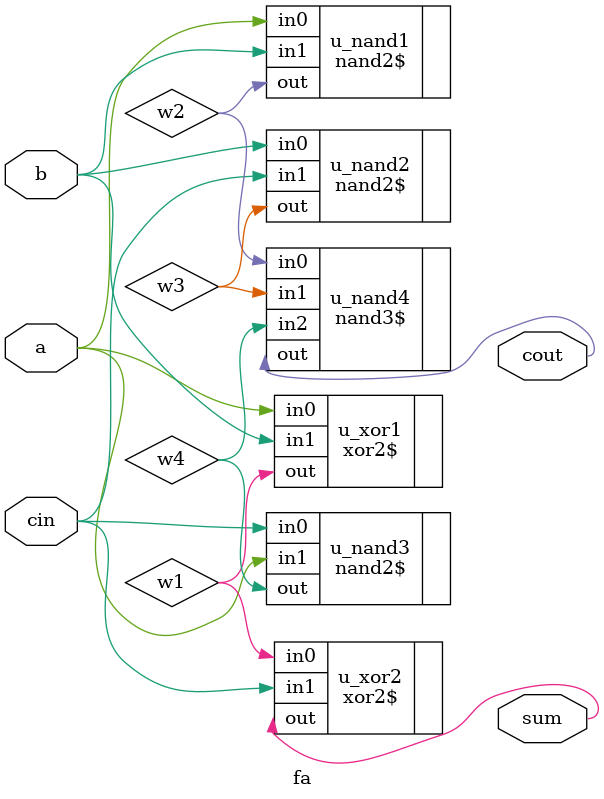
<source format=v>
module cond_sum8 ( A, B, CIN, S, COUT );

input  [7:0] A, B;
input        CIN;
output [7:0] S;
output       COUT;

wire c4;

nibble_low u_nibble_low   (.a(A[3:0]), .b(B[3:0]), .cin(CIN), .s(S[3:0]), .cout(c4  ) );
nibble_high u_nibble_high (.a(A[7:4]), .b(B[7:4]), .cin(c4 ), .s(S[7:4]), .cout(COUT) );

endmodule

module nibble_low (a, b, cin, s, cout);
input  [3:0] a, b;
input        cin;

output [3:0] s;
output       cout;

fa u_fa ( .a(a[0]), .b(b[0]), .cin(cin), .sum(s[0]), .cout(c1) );

mha u_mha1(.a(a[1]), .b(b[1]), .c0(c20), .c1(c21), .s0(s10), .s1(s11));
mux2$ u_mux1( .in0(s10), .in1(s11), .s0(c1), .outb(s[1]) );
mux2$ u_mux2( .in0(c20), .in1(c21), .s0(c1), .outb(c2) );

mha u_mha2(.a(a[2]), .b(b[2]), .c0(c30), .c1(c31), .s0(s20), .s1(s21));
mux2$ u_mux3( .in0(s20), .in1(s21), .s0(c2), .outb(s[2]) );

mha u_mha3(.a(a[3]), .b(b[3]), .c0(c40), .c1(c41), .s0(s30), .s1(s31));
mux2$ u_mux4( .in0(s30), .in1(s31), .s0(c30), .outb(s3c30) );
mux2$ u_mux5( .in0(s30), .in1(s31), .s0(c31), .outb(s3c31) );

mux2$ u_mux6( .in0(s3c30), .in1(s3c31), .s0(c2), .outb(s[3]) );

mux2$ u_mux7( .in0(c40), .in1(c41), .s0(c30), .outb(c4c30) );
mux2$ u_mux8( .in0(c40), .in1(c41), .s0(c31), .outb(c4c31) );

mux2$ u_mux9( .in0(c4c30), .in1(c4c31), .s0(c2), .outb(cout) );

endmodule

module nibble_high (a, b, cin, s, cout);

input  [7:4] a, b;
input        cin;

output [7:4] s;
output       cout;

mha u_mha1(.a(a[4]), .b(b[4]), .c0(c50), .c1(c51), .s0(s40), .s1(s41));
mux2$ u_mux1( .in0(s40), .in1(s41), .s0(cin), .outb(s[4]) );

mha u_mha2(.a(a[5]), .b(b[5]), .c0(c60), .c1(c61), .s0(s50), .s1(s51));
mux2$ u_mux2( .in0(s50), .in1(s51), .s0(c50), .outb(s5c50) );
mux2$ u_mux3( .in0(s50), .in1(s51), .s0(c51), .outb(s5c51) );

mux2$ u_mux4( .in0(s5c50), .in1(s5c51), .s0(cin), .outb(s[5]) );

mux2$ u_mux5( .in0(c60), .in1(c61), .s0(c50), .outb(c6c50) );
mux2$ u_mux6( .in0(c60), .in1(c61), .s0(c51), .outb(c6c51) );

mha u_mha3(.a(a[6]), .b(b[6]), .c0(c70), .c1(c71), .s0(s60), .s1(s61));
mux2$ u_mux7( .in0(s60), .in1(s61), .s0(c6c50), .outb(s6c6c50) );
mux2$ u_mux8( .in0(s60), .in1(s61), .s0(c6c51), .outb(s6c6c51) );

mux2$ u_mux9( .in0(s6c6c50), .in1(s6c6c51), .s0(cin), .outb(s[6]) );

mha u_mha4(.a(a[7]), .b(b[7]), .c0(c80), .c1(c81), .s0(s70), .s1(s71));
mux2$ u_mux10( .in0(s70), .in1(s71), .s0(c70), .outb(s7c70) );
mux2$ u_mux11( .in0(s70), .in1(s71), .s0(c71), .outb(s7c71) );

mux2$ u_mux12( .in0(s7c70), .in1(s7c71), .s0(c6c50), .outb(s7c7c6c50) );
mux2$ u_mux13( .in0(s7c70), .in1(s7c71), .s0(c6c51), .outb(s7c7c6c51) );

mux2$ u_mux14( .in0(s7c7c6c50), .in1(s7c7c6c51), .s0(cin), .outb(s[7]) );

mux2$ u_mux15( .in0(c80), .in1(c81), .s0(c70), .outb(c8c70) );
mux2$ u_mux16( .in0(c80), .in1(c81), .s0(c71), .outb(c8c71) );

mux2$ u_mux17( .in0(c8c70), .in1(c8c71), .s0(c6c50), .outb(c8c7c6c50) );
mux2$ u_mux18( .in0(c8c70), .in1(c8c71), .s0(c6c51), .outb(c8c7c6c51) );

mux2$ u_mux19( .in0(c8c7c6c50), .in1(c8c7c6c51), .s0(cin), .outb(cout) );

endmodule

module mha (a, b, c0, c1, s0, s1);

input  a, b;
output c0, c1, s0, s1;

wire temp1;

or2$   u_or1   ( .in0(a),    .in1(b), .out(c1)     );
nand2$ u_nand1 ( .in0(a),    .in1(b), .out(temp1)  );
inv1$  u_inv1  ( .in(temp1), .out(c0) );
nand2$ u_nand2 ( .in0(c1),   .in1(temp1), .out(s1) );
inv1$  u_inv2  ( .in(s1),    .out(s0) );

endmodule

module fa (
   input a,
   input b,
   input cin,
   output sum,	
   output cout
);

wire w1,w2,w3;

xor2$ u_xor1 ( .out(w1), .in0(a), .in1(b));
xor2$ u_xor2 ( .out(sum), .in0(w1), .in1(cin));

nand2$ u_nand1 ( .out(w2), .in0(a), .in1(b) );
nand2$ u_nand2 ( .out(w3), .in0(b), .in1(cin) );
nand2$ u_nand3 ( .out(w4), .in0(cin), .in1(a) );
nand3$ u_nand4 ( .out(cout), .in0(w2), .in1(w3), .in2(w4) );
   
endmodule

</source>
